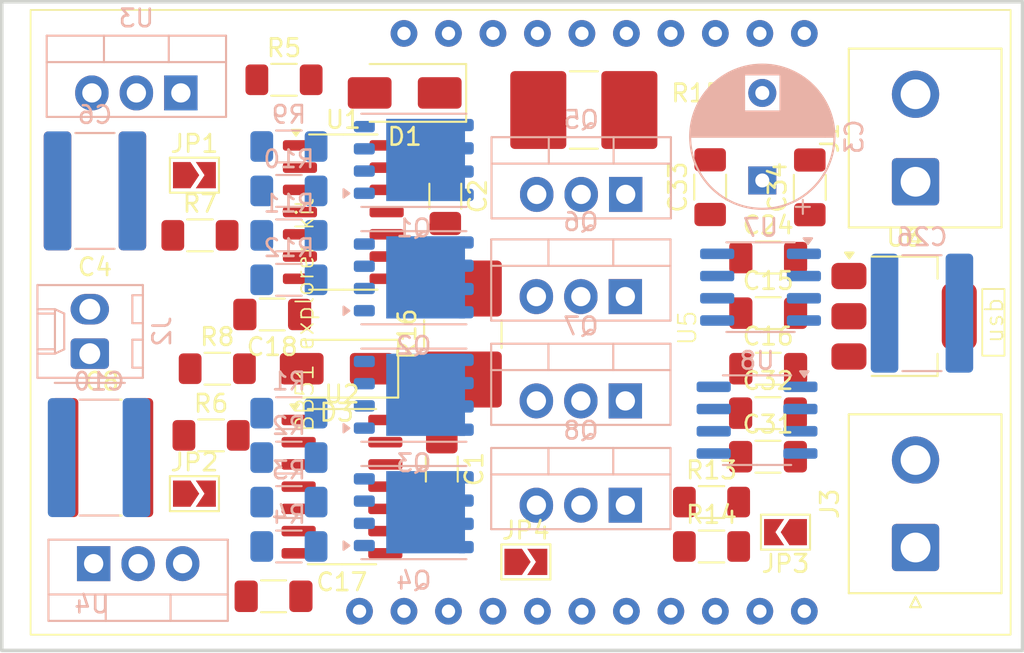
<source format=kicad_pcb>
(kicad_pcb (version 20240108) (generator "pcbnew") (generator_version "8.0")
  (layers (0 "F.Cu" signal) (31 "B.Cu" signal) (34 "B.Paste" user) (35 "F.Paste" user) (36 "B.SilkS" user "B.Silkscreen") (37 "F.SilkS" user "F.Silkscreen") (38 "B.Mask" user) (39 "F.Mask" user) (44 "Edge.Cuts" user))
  (net 0 "")
  (net 1 "Net-(Q1-G)")
  (net 2 "M1+")
  (net 3 "+BATT")
  (net 4 "Net-(Q6-S)")
  (net 5 "Net-(Q2-G)")
  (net 6 "M1-")
  (net 7 "Net-(Q3-G)")
  (net 8 "Net-(Q4-G)")
  (net 9 "Net-(Q8-S)")
  (net 11 "Net-(U1-LO)")
  (net 12 "GND")
  (net 14 "M1-LIN")
  (net 16 "Net-(U1-HO)")
  (net 18 "M1-HIN")
  (net 19 "+10V")
  (net 20 "Net-(U1-DT)")
  (net 22 "M1+LIN")
  (net 23 "Net-(U2-LO)")
  (net 26 "Net-(D1-K)")
  (net 27 "M1+HIN")
  (net 28 "Net-(U2-DT)")
  (net 29 "Net-(U2-HO)")
  (net 31 "Net-(JP1-A)")
  (net 32 "5v_batt")
  (net 33 "+5V")
  (net 34 "Net-(JP3-A)")
  (net 35 "CURRENT_SENSE2")
  (net 36 "Net-(U7-FILTER)")
  (net 37 "+3.3V")
  (net 38 "Net-(U8-FILTER)")
  (net 39 "CURRENT_SENSE1")
  (net 40 "Net-(JP4-A)")
  (net 43 "RX1")
  (net 46 "Net-(U5-P0.3)")
  (net 48 "C2D")
  (net 50 "TX1")
  (net 53 "C2CK")
  (net 55 "Net-(D3-K)")
  (net 56 "Net-(D1-A)")
  (net 57 "Net-(D3-A)")
  (footprint "Resistor_SMD:R_2816_7142Metric_Pad3.20x4.45mm_HandSolder" (layer "F.Cu") (at 127.6096 33.4772)
    (property "Reference" "R15" (at 6.4516 -0.9652 0) (layer "F.SilkS"))
    (property "Value" "R_shunt")
    (pad "1" smd roundrect (at -2.6 0) (size 3.2 4.45) (layers "F.Cu" "F.Paste" "F.Mask") (roundrect_rratio 0.078125) (net 9 "Net-(Q8-S)"))
    (pad "2" smd roundrect (at 2.6 0) (size 3.2 4.45) (layers "F.Cu" "F.Paste" "F.Mask") (roundrect_rratio 0.078125) (net 12 "GND"))
  )
  (footprint "Jumper:SolderJumper-2_P1.3mm_Open_TrianglePad1.0x1.5mm" (layer "F.Cu") (at 139.125 57.6 180)
    (property "Reference" "JP3" (at 0 -1.8 180) (layer "F.SilkS"))
    (property "Value" "3.3v jump")
    (pad "1" smd custom (at -0.725 0 180) (size 0.3 0.3) (layers "F.Cu" "F.Mask") (net 34 "Net-(JP3-A)") (options (clearance outline) (anchor rect)) (primitives (gr_poly (pts (xy 1 0) (xy 0.5 0.75) (xy -0.5 0.75) (xy -0.5 -0.75) (xy 0.5 -0.75)) (width 0) (fill yes))))
    (pad "2" smd custom (at 0.725 0 180) (size 0.3 0.3) (layers "F.Cu" "F.Mask") (net 37 "+3.3V") (options (clearance outline) (anchor rect)) (primitives (gr_poly (pts (xy 0.5 0.75) (xy -0.65 0.75) (xy -0.15 0) (xy -0.65 -0.75) (xy 0.5 -0.75)) (width 0) (fill yes))))
  )
  (footprint "Capacitor_SMD:C_1206_3216Metric_Pad1.33x1.80mm_HandSolder" (layer "F.Cu") (at 119.7 38.4 -90)
    (property "Reference" "C2" (at 0 -1.85 90) (layer "F.SilkS"))
    (property "Value" "C")
    (pad "1" smd roundrect (at -1.5625 0 270) (size 1.325 1.8) (layers "F.Cu" "F.Paste" "F.Mask") (roundrect_rratio 0.188679) (net 55 "Net-(D3-K)"))
    (pad "2" smd roundrect (at 1.5625 0 270) (size 1.325 1.8) (layers "F.Cu" "F.Paste" "F.Mask") (roundrect_rratio 0.188679) (net 6 "M1-"))
  )
  (footprint "Resistor_SMD:R_1206_3216Metric_Pad1.30x1.75mm_HandSolder" (layer "F.Cu") (at 134.9 55.88)
    (property "Reference" "R13" (at 0 -1.82 0) (layer "F.SilkS"))
    (property "Value" "R")
    (pad "1" smd roundrect (at -1.55 0) (size 1.3 1.75) (layers "F.Cu" "F.Paste" "F.Mask") (roundrect_rratio 0.192308) (net 46 "Net-(U5-P0.3)"))
    (pad "2" smd roundrect (at 1.55 0) (size 1.3 1.75) (layers "F.Cu" "F.Paste" "F.Mask") (roundrect_rratio 0.192308) (net 35 "CURRENT_SENSE2"))
  )
  (footprint "Capacitor_SMD:C_1206_3216Metric_Pad1.33x1.80mm_HandSolder" (layer "F.Cu") (at 119.5 54 -90)
    (property "Reference" "C1" (at 0 -1.85 90) (layer "F.SilkS"))
    (property "Value" "C")
    (pad "1" smd roundrect (at -1.5625 0 270) (size 1.325 1.8) (layers "F.Cu" "F.Paste" "F.Mask") (roundrect_rratio 0.188679) (net 26 "Net-(D1-K)"))
    (pad "2" smd roundrect (at 1.5625 0 270) (size 1.325 1.8) (layers "F.Cu" "F.Paste" "F.Mask") (roundrect_rratio 0.188679) (net 2 "M1+"))
  )
  (footprint "Capacitor_SMD:C_1206_3216Metric_Pad1.33x1.80mm_HandSolder" (layer "F.Cu") (at 138.1375 48.26)
    (property "Reference" "C16" (at 0 -1.85 0) (layer "F.SilkS"))
    (property "Value" "C")
    (pad "1" smd roundrect (at -1.5625 0) (size 1.325 1.8) (layers "F.Cu" "F.Paste" "F.Mask") (roundrect_rratio 0.188679) (net 33 "+5V"))
    (pad "2" smd roundrect (at 1.5625 0) (size 1.325 1.8) (layers "F.Cu" "F.Paste" "F.Mask") (roundrect_rratio 0.188679) (net 12 "GND"))
  )
  (footprint "Capacitor_SMD:C_1206_3216Metric_Pad1.33x1.80mm_HandSolder" (layer "F.Cu") (at 140.5128 37.8968 90)
    (property "Reference" "C34" (at 0 -1.85 -90) (layer "F.SilkS"))
    (property "Value" "C")
    (pad "1" smd roundrect (at -1.5625 0 90) (size 1.325 1.8) (layers "F.Cu" "F.Paste" "F.Mask") (roundrect_rratio 0.188679) (net 36 "Net-(U7-FILTER)"))
    (pad "2" smd roundrect (at 1.5625 0 90) (size 1.325 1.8) (layers "F.Cu" "F.Paste" "F.Mask") (roundrect_rratio 0.188679) (net 12 "GND"))
  )
  (footprint "Capacitor_SMD:C_1206_3216Metric_Pad1.33x1.80mm_HandSolder" (layer "F.Cu") (at 138.1375 41.91)
    (property "Reference" "C24" (at 0 -1.85 0) (layer "F.SilkS"))
    (property "Value" "C")
    (pad "1" smd roundrect (at -1.5625 0) (size 1.325 1.8) (layers "F.Cu" "F.Paste" "F.Mask") (roundrect_rratio 0.188679) (net 32 "5v_batt"))
    (pad "2" smd roundrect (at 1.5625 0) (size 1.325 1.8) (layers "F.Cu" "F.Paste" "F.Mask") (roundrect_rratio 0.188679) (net 12 "GND"))
  )
  (footprint "Resistor_SMD:R_1206_3216Metric_Pad1.30x1.75mm_HandSolder" (layer "F.Cu") (at 110.49 31.75)
    (property "Reference" "R5" (at 0 -1.82 0) (layer "F.SilkS"))
    (property "Value" "R")
    (pad "1" smd roundrect (at -1.55 0) (size 1.3 1.75) (layers "F.Cu" "F.Paste" "F.Mask") (roundrect_rratio 0.192308) (net 19 "+10V"))
    (pad "2" smd roundrect (at 1.55 0) (size 1.3 1.75) (layers "F.Cu" "F.Paste" "F.Mask") (roundrect_rratio 0.192308) (net 56 "Net-(D1-A)"))
  )
  (footprint "Capacitor_SMD:C_1206_3216Metric_Pad1.33x1.80mm_HandSolder" (layer "F.Cu") (at 109.8927 61.2648 180)
    (property "Reference" "C17" (at -3.8993 0.8128 180) (layer "F.SilkS"))
    (property "Value" "C")
    (pad "1" smd roundrect (at -1.5625 0 180) (size 1.325 1.8) (layers "F.Cu" "F.Paste" "F.Mask") (roundrect_rratio 0.188679) (net 19 "+10V"))
    (pad "2" smd roundrect (at 1.5625 0 180) (size 1.325 1.8) (layers "F.Cu" "F.Paste" "F.Mask") (roundrect_rratio 0.188679) (net 12 "GND"))
  )
  (footprint "Resistor_SMD:R_1206_3216Metric_Pad1.30x1.75mm_HandSolder" (layer "F.Cu") (at 105.69 40.64)
    (property "Reference" "R7" (at 0 -1.82 0) (layer "F.SilkS"))
    (property "Value" "R")
    (pad "1" smd roundrect (at -1.55 0) (size 1.3 1.75) (layers "F.Cu" "F.Paste" "F.Mask") (roundrect_rratio 0.192308) (net 12 "GND"))
    (pad "2" smd roundrect (at 1.55 0) (size 1.3 1.75) (layers "F.Cu" "F.Paste" "F.Mask") (roundrect_rratio 0.192308) (net 20 "Net-(U1-DT)"))
  )
  (footprint "Capacitor_SMD:C_1206_3216Metric_Pad1.33x1.80mm_HandSolder" (layer "F.Cu") (at 138.1375 45.085)
    (property "Reference" "C15" (at 0 -1.85 0) (layer "F.SilkS"))
    (property "Value" "C")
    (pad "1" smd roundrect (at -1.5625 0) (size 1.325 1.8) (layers "F.Cu" "F.Paste" "F.Mask") (roundrect_rratio 0.188679) (net 33 "+5V"))
    (pad "2" smd roundrect (at 1.5625 0) (size 1.325 1.8) (layers "F.Cu" "F.Paste" "F.Mask") (roundrect_rratio 0.188679) (net 12 "GND"))
  )
  (footprint "Jumper:SolderJumper-2_P1.3mm_Open_TrianglePad1.0x1.5mm" (layer "F.Cu") (at 124.3 59.3)
    (property "Reference" "JP4" (at 0 -1.8 0) (layer "F.SilkS"))
    (property "Value" "5v batt jump to bb51")
    (pad "1" smd custom (at -0.725 0) (size 0.3 0.3) (layers "F.Cu" "F.Mask") (net 40 "Net-(JP4-A)") (options (clearance outline) (anchor rect)) (primitives (gr_poly (pts (xy 1 0) (xy 0.5 0.75) (xy -0.5 0.75) (xy -0.5 -0.75) (xy 0.5 -0.75)) (width 0) (fill yes))))
    (pad "2" smd custom (at 0.725 0) (size 0.3 0.3) (layers "F.Cu" "F.Mask") (net 33 "+5V") (options (clearance outline) (anchor rect)) (primitives (gr_poly (pts (xy 0.5 0.75) (xy -0.65 0.75) (xy -0.15 0) (xy -0.65 -0.75) (xy 0.5 -0.75)) (width 0) (fill yes))))
  )
  (footprint "Package_SO:SOIC-14_3.9x8.7mm_P1.27mm" (layer "F.Cu") (at 113.8 55)
    (property "Reference" "U2" (at 0 -5.28 0) (layer "F.SilkS"))
    (property "Value" "~")
    (pad "1" smd roundrect (at -2.475 -3.81) (size 1.95 0.6) (layers "F.Cu" "F.Paste" "F.Mask") (net 27 "M1+HIN"))
    (pad "2" smd roundrect (at -2.475 -2.54) (size 1.95 0.6) (layers "F.Cu" "F.Paste" "F.Mask") (net 22 "M1+LIN"))
    (pad "3" smd roundrect (at -2.475 -1.27) (size 1.95 0.6) (layers "F.Cu" "F.Paste" "F.Mask") (net 12 "GND"))
    (pad "4" smd roundrect (at -2.475 0) (size 1.95 0.6) (layers "F.Cu" "F.Paste" "F.Mask") (net 28 "Net-(U2-DT)"))
    (pad "5" smd roundrect (at -2.475 1.27) (size 1.95 0.6) (layers "F.Cu" "F.Paste" "F.Mask") (net 12 "GND"))
    (pad "6" smd roundrect (at -2.475 2.54) (size 1.95 0.6) (layers "F.Cu" "F.Paste" "F.Mask") (net 23 "Net-(U2-LO)"))
    (pad "7" smd roundrect (at -2.475 3.81) (size 1.95 0.6) (layers "F.Cu" "F.Paste" "F.Mask") (net 19 "+10V"))
    (pad "8" smd roundrect (at 2.475 3.81) (size 1.95 0.6) (layers "F.Cu" "F.Paste" "F.Mask"))
    (pad "9" smd roundrect (at 2.475 2.54) (size 1.95 0.6) (layers "F.Cu" "F.Paste" "F.Mask"))
    (pad "10" smd roundrect (at 2.475 1.27) (size 1.95 0.6) (layers "F.Cu" "F.Paste" "F.Mask"))
    (pad "11" smd roundrect (at 2.475 0) (size 1.95 0.6) (layers "F.Cu" "F.Paste" "F.Mask") (net 2 "M1+"))
    (pad "12" smd roundrect (at 2.475 -1.27) (size 1.95 0.6) (layers "F.Cu" "F.Paste" "F.Mask") (net 29 "Net-(U2-HO)"))
    (pad "13" smd roundrect (at 2.475 -2.54) (size 1.95 0.6) (layers "F.Cu" "F.Paste" "F.Mask") (net 26 "Net-(D1-K)"))
    (pad "14" smd roundrect (at 2.475 -3.81) (size 1.95 0.6) (layers "F.Cu" "F.Paste" "F.Mask"))
  )
  (footprint "Resistor_SMD:R_1206_3216Metric_Pad1.30x1.75mm_HandSolder" (layer "F.Cu") (at 106.325 52.07)
    (property "Reference" "R6" (at 0 -1.82 0) (layer "F.SilkS"))
    (property "Value" "R")
    (pad "1" smd roundrect (at -1.55 0) (size 1.3 1.75) (layers "F.Cu" "F.Paste" "F.Mask") (roundrect_rratio 0.192308) (net 12 "GND"))
    (pad "2" smd roundrect (at 1.55 0) (size 1.3 1.75) (layers "F.Cu" "F.Paste" "F.Mask") (roundrect_rratio 0.192308) (net 28 "Net-(U2-DT)"))
  )
  (footprint "Package_SO:SOIC-14_3.9x8.7mm_P1.27mm" (layer "F.Cu") (at 113.875 39.31)
    (property "Reference" "U1" (at 0 -5.28 0) (layer "F.SilkS"))
    (property "Value" "~")
    (pad "1" smd roundrect (at -2.475 -3.81) (size 1.95 0.6) (layers "F.Cu" "F.Paste" "F.Mask") (net 18 "M1-HIN"))
    (pad "2" smd roundrect (at -2.475 -2.54) (size 1.95 0.6) (layers "F.Cu" "F.Paste" "F.Mask") (net 14 "M1-LIN"))
    (pad "3" smd roundrect (at -2.475 -1.27) (size 1.95 0.6) (layers "F.Cu" "F.Paste" "F.Mask") (net 12 "GND"))
    (pad "4" smd roundrect (at -2.475 0) (size 1.95 0.6) (layers "F.Cu" "F.Paste" "F.Mask") (net 20 "Net-(U1-DT)"))
    (pad "5" smd roundrect (at -2.475 1.27) (size 1.95 0.6) (layers "F.Cu" "F.Paste" "F.Mask") (net 12 "GND"))
    (pad "6" smd roundrect (at -2.475 2.54) (size 1.95 0.6) (layers "F.Cu" "F.Paste" "F.Mask") (net 11 "Net-(U1-LO)"))
    (pad "7" smd roundrect (at -2.475 3.81) (size 1.95 0.6) (layers "F.Cu" "F.Paste" "F.Mask") (net 19 "+10V"))
    (pad "8" smd roundrect (at 2.475 3.81) (size 1.95 0.6) (layers "F.Cu" "F.Paste" "F.Mask"))
    (pad "9" smd roundrect (at 2.475 2.54) (size 1.95 0.6) (layers "F.Cu" "F.Paste" "F.Mask"))
    (pad "10" smd roundrect (at 2.475 1.27) (size 1.95 0.6) (layers "F.Cu" "F.Paste" "F.Mask"))
    (pad "11" smd roundrect (at 2.475 0) (size 1.95 0.6) (layers "F.Cu" "F.Paste" "F.Mask") (net 6 "M1-"))
    (pad "12" smd roundrect (at 2.475 -1.27) (size 1.95 0.6) (layers "F.Cu" "F.Paste" "F.Mask") (net 16 "Net-(U1-HO)"))
    (pad "13" smd roundrect (at 2.475 -2.54) (size 1.95 0.6) (layers "F.Cu" "F.Paste" "F.Mask") (net 55 "Net-(D3-K)"))
    (pad "14" smd roundrect (at 2.475 -3.81) (size 1.95 0.6) (layers "F.Cu" "F.Paste" "F.Mask"))
  )
  (footprint "Resistor_SMD:R_1206_3216Metric_Pad1.30x1.75mm_HandSolder" (layer "F.Cu") (at 134.9 58.42)
    (property "Reference" "R14" (at 0 -1.82 0) (layer "F.SilkS"))
    (property "Value" "R")
    (pad "1" smd roundrect (at -1.55 0) (size 1.3 1.75) (layers "F.Cu" "F.Paste" "F.Mask") (roundrect_rratio 0.192308) (net 46 "Net-(U5-P0.3)"))
    (pad "2" smd roundrect (at 1.55 0) (size 1.3 1.75) (layers "F.Cu" "F.Paste" "F.Mask") (roundrect_rratio 0.192308) (net 39 "CURRENT_SENSE1"))
  )
  (footprint "Capacitor_SMD:C_1206_3216Metric_Pad1.33x1.80mm_HandSolder" (layer "F.Cu") (at 138.1252 50.8)
    (property "Reference" "C32" (at 0 -1.85 0) (layer "F.SilkS"))
    (property "Value" "C")
    (pad "1" smd roundrect (at -1.5625 0) (size 1.325 1.8) (layers "F.Cu" "F.Paste" "F.Mask") (roundrect_rratio 0.188679) (net 37 "+3.3V"))
    (pad "2" smd roundrect (at 1.5625 0) (size 1.325 1.8) (layers "F.Cu" "F.Paste" "F.Mask") (roundrect_rratio 0.188679) (net 12 "GND"))
  )
  (footprint "Jumper:SolderJumper-2_P1.3mm_Open_TrianglePad1.0x1.5mm" (layer "F.Cu") (at 105.375 37.2)
    (property "Reference" "JP1" (at 0 -1.8 0) (layer "F.SilkS"))
    (property "Value" "10v jump")
    (pad "1" smd custom (at -0.725 0) (size 0.3 0.3) (layers "F.Cu" "F.Mask") (net 31 "Net-(JP1-A)") (options (clearance outline) (anchor rect)) (primitives (gr_poly (pts (xy 1 0) (xy 0.5 0.75) (xy -0.5 0.75) (xy -0.5 -0.75) (xy 0.5 -0.75)) (width 0) (fill yes))))
    (pad "2" smd custom (at 0.725 0) (size 0.3 0.3) (layers "F.Cu" "F.Mask") (net 19 "+10V") (options (clearance outline) (anchor rect)) (primitives (gr_poly (pts (xy 0.5 0.75) (xy -0.65 0.75) (xy -0.15 0) (xy -0.65 -0.75) (xy 0.5 -0.75)) (width 0) (fill yes))))
  )
  (footprint "Capacitor_SMD:C_1206_3216Metric_Pad1.33x1.80mm_HandSolder" (layer "F.Cu") (at 134.8232 37.8845 90)
    (property "Reference" "C33" (at 0 -1.85 -90) (layer "F.SilkS"))
    (property "Value" "C")
    (pad "1" smd roundrect (at -1.5625 0 90) (size 1.325 1.8) (layers "F.Cu" "F.Paste" "F.Mask") (roundrect_rratio 0.188679) (net 38 "Net-(U8-FILTER)"))
    (pad "2" smd roundrect (at 1.5625 0 90) (size 1.325 1.8) (layers "F.Cu" "F.Paste" "F.Mask") (roundrect_rratio 0.188679) (net 12 "GND"))
  )
  (footprint "OWN:BB51 EXPLORER KIT" (layer "F.Cu") (at 103.37 46.88 90)
    (property "Reference" "U5" (at 0.95 30.15 90) (layer "F.SilkS") (effects (font (thickness 0.1))))
    (property "Value" "~")
    (fp_text user "BB51 explorer kit" (at -5.08 8.89 90) (layer "F.SilkS") (effects (font (thickness 0.1)) (justify left bottom)))
    (fp_text user "usb" (at 0 48.26 90) (layer "F.SilkS") (effects (font (thickness 0.1)) (justify left bottom)))
    (pad "1" thru_hole circle (at -15.24 11.43 90) (size 1.524 1.524) (drill 0.762) (layers "*.Cu" "*.Mask"))
    (pad "2" thru_hole circle (at -15.24 13.97 90) (size 1.524 1.524) (drill 0.762) (layers "*.Cu" "*.Mask"))
    (pad "3" thru_hole circle (at -15.24 16.51 90) (size 1.524 1.524) (drill 0.762) (layers "*.Cu" "*.Mask"))
    (pad "4" thru_hole circle (at -15.24 19.05 90) (size 1.524 1.524) (drill 0.762) (layers "*.Cu" "*.Mask") (net 12 "GND"))
    (pad "5" thru_hole circle (at -15.24 21.59 90) (size 1.524 1.524) (drill 0.762) (layers "*.Cu" "*.Mask") (net 40 "Net-(JP4-A)"))
    (pad "6" thru_hole circle (at -15.24 24.13 90) (size 1.524 1.524) (drill 0.762) (layers "*.Cu" "*.Mask"))
    (pad "7" thru_hole circle (at -15.24 26.67 90) (size 1.524 1.524) (drill 0.762) (layers "*.Cu" "*.Mask"))
    (pad "8" thru_hole circle (at -15.24 29.21 90) (size 1.524 1.524) (drill 0.762) (layers "*.Cu" "*.Mask") (net 50 "TX1"))
    (pad "9" thru_hole circle (at -15.24 31.75 90) (size 1.524 1.524) (drill 0.762) (layers "*.Cu" "*.Mask") (net 43 "RX1"))
    (pad "10" thru_hole circle (at -15.24 34.29 90) (size 1.524 1.524) (drill 0.762) (layers "*.Cu" "*.Mask"))
    (pad "11" thru_hole circle (at -15.24 36.83 90) (size 1.524 1.524) (drill 0.762) (layers "*.Cu" "*.Mask"))
    (pad "12" thru_hole circle (at 17.78 36.83 90) (size 1.524 1.524) (drill 0.762) (layers "*.Cu" "*.Mask") (net 46 "Net-(U5-P0.3)"))
    (pad "13" thru_hole circle (at 17.78 34.29 90) (size 1.524 1.524) (drill 0.762) (layers "*.Cu" "*.Mask"))
    (pad "14" thru_hole circle (at 17.78 31.75 90) (size 1.524 1.524) (drill 0.762) (layers "*.Cu" "*.Mask") (net 14 "M1-LIN"))
    (pad "15" thru_hole circle (at 17.78 29.21 90) (size 1.524 1.524) (drill 0.762) (layers "*.Cu" "*.Mask") (net 18 "M1-HIN"))
    (pad "16" thru_hole circle (at 17.78 26.67 90) (size 1.524 1.524) (drill 0.762) (layers "*.Cu" "*.Mask") (net 22 "M1+LIN"))
    (pad "17" thru_hole circle (at 17.78 24.13 90) (size 1.524 1.524) (drill 0.762) (layers "*.Cu" "*.Mask") (net 27 "M1+HIN"))
    (pad "18" thru_hole circle (at 17.78 21.59 90) (size 1.524 1.524) (drill 0.762) (layers "*.Cu" "*.Mask"))
    (pad "19" thru_hole circle (at 17.78 19.05 90) (size 1.524 1.524) (drill 0.762) (layers "*.Cu" "*.Mask") (net 12 "GND"))
    (pad "20" thru_hole circle (at 17.78 16.51 90) (size 1.524 1.524) (drill 0.762) (layers "*.Cu" "*.Mask") (net 48 "C2D"))
    (pad "21" thru_hole circle (at 17.78 13.97 90) (size 1.524 1.524) (drill 0.762) (layers "*.Cu" "*.Mask") (net 53 "C2CK"))
  )
  (footprint "Jumper:SolderJumper-2_P1.3mm_Open_TrianglePad1.0x1.5mm" (layer "F.Cu") (at 105.375 55.4)
    (property "Reference" "JP2" (at 0 -1.8 0) (layer "F.SilkS"))
    (property "Value" "5v jump")
    (pad "1" smd custom (at -0.725 0) (size 0.3 0.3) (layers "F.Cu" "F.Mask") (net 32 "5v_batt") (options (clearance outline) (anchor rect)) (primitives (gr_poly (pts (xy 1 0) (xy 0.5 0.75) (xy -0.5 0.75) (xy -0.5 -0.75) (xy 0.5 -0.75)) (width 0) (fill yes))))
    (pad "2" smd custom (at 0.725 0) (size 0.3 0.3) (layers "F.Cu" "F.Mask") (net 33 "+5V") (options (clearance outline) (anchor rect)) (primitives (gr_poly (pts (xy 0.5 0.75) (xy -0.65 0.75) (xy -0.15 0) (xy -0.65 -0.75) (xy 0.5 -0.75)) (width 0) (fill yes))))
  )
  (footprint "Capacitor_SMD:C_1206_3216Metric_Pad1.33x1.80mm_HandSolder" (layer "F.Cu") (at 109.8173 45.1612 180)
    (property "Reference" "C18" (at 0 -1.85 180) (layer "F.SilkS"))
    (property "Value" "C")
    (pad "1" smd roundrect (at -1.5625 0 180) (size 1.325 1.8) (layers "F.Cu" "F.Paste" "F.Mask") (roundrect_rratio 0.188679) (net 19 "+10V"))
    (pad "2" smd roundrect (at 1.5625 0 180) (size 1.325 1.8) (layers "F.Cu" "F.Paste" "F.Mask") (roundrect_rratio 0.188679) (net 12 "GND"))
  )
  (footprint "Connector_JST:JST_NV_B02P-NV_1x02_P5.00mm_Vertical" (layer "F.Cu") (at 146.55 37.5775 90)
    (property "Reference" "J1" (at 2.5 -4.9 -90) (layer "F.SilkS"))
    (property "Value" "batt input")
    (pad "1" thru_hole roundrect (at 0 0 90) (size 2.7 2.7) (drill 1.7) (layers "*.Cu" "*.Mask") (roundrect_rratio 0.092593) (net 3 "+BATT"))
    (pad "2" thru_hole circle (at 5 0 90) (size 2.7 2.7) (drill 1.7) (layers "*.Cu" "*.Mask") (net 12 "GND"))
  )
  (footprint "Capacitor_SMD:C_1825_4564Metric_Pad1.57x6.80mm_HandSolder" (layer "F.Cu") (at 99.695 38.1 180)
    (property "Reference" "C4" (at 0 -4.35 180) (layer "F.SilkS"))
    (property "Value" "C")
    (pad "1" smd roundrect (at -2.1375 0 180) (size 1.575 6.8) (layers "F.Cu" "F.Paste" "F.Mask") (roundrect_rratio 0.15873) (net 3 "+BATT"))
    (pad "2" smd roundrect (at 2.1375 0 180) (size 1.575 6.8) (layers "F.Cu" "F.Paste" "F.Mask") (roundrect_rratio 0.15873) (net 12 "GND"))
  )
  (footprint "Capacitor_SMD:C_1206_3216Metric_Pad1.33x1.80mm_HandSolder" (layer "F.Cu") (at 138.1252 53.2892)
    (property "Reference" "C31" (at 0 -1.85 0) (layer "F.SilkS"))
    (property "Value" "C")
    (pad "1" smd roundrect (at -1.5625 0) (size 1.325 1.8) (layers "F.Cu" "F.Paste" "F.Mask") (roundrect_rratio 0.188679) (net 37 "+3.3V"))
    (pad "2" smd roundrect (at 1.5625 0) (size 1.325 1.8) (layers "F.Cu" "F.Paste" "F.Mask") (roundrect_rratio 0.188679) (net 12 "GND"))
  )
  (footprint "Package_TO_SOT_SMD:SOT-223-3_TabPin2" (layer "F.Cu") (at 145.8972 45.2628)
    (property "Reference" "U6" (at 0 -4.5 0) (layer "F.SilkS"))
    (property "Value" "AMS1117-3.3")
    (pad "1" smd roundrect (at -3.15 -2.3) (size 2 1.5) (layers "F.Cu" "F.Paste" "F.Mask") (net 12 "GND"))
    (pad "2" smd roundrect (at -3.15 0) (size 2 1.5) (layers "F.Cu" "F.Paste" "F.Mask") (net 34 "Net-(JP3-A)"))
    (pad "2" smd roundrect (at 3.15 0) (size 2 3.8) (layers "F.Cu" "F.Paste" "F.Mask") (net 34 "Net-(JP3-A)"))
    (pad "3" smd roundrect (at -3.15 2.3) (size 2 1.5) (layers "F.Cu" "F.Paste" "F.Mask") (net 32 "5v_batt"))
  )
  (footprint "Connector_JST:JST_NV_B02P-NV_1x02_P5.00mm_Vertical" (layer "F.Cu") (at 146.55 58.4775 90)
    (property "Reference" "J3" (at 2.5 -4.9 -90) (layer "F.SilkS"))
    (property "Value" "motor output")
    (pad "1" thru_hole roundrect (at 0 0 90) (size 2.7 2.7) (drill 1.7) (layers "*.Cu" "*.Mask") (roundrect_rratio 0.092593) (net 6 "M1-"))
    (pad "2" thru_hole circle (at 5 0 90) (size 2.7 2.7) (drill 1.7) (layers "*.Cu" "*.Mask") (net 2 "M1+"))
  )
  (footprint "Diode_SMD:D_SMA" (layer "F.Cu") (at 113.5 48.26 180)
    (property "Reference" "D3" (at 0 -2.5 180) (layer "F.SilkS"))
    (property "Value" "SS34")
    (pad "1" smd roundrect (at -2 0 180) (size 2.5 1.8) (layers "F.Cu" "F.Paste" "F.Mask") (roundrect_rratio 0.1388888889) (net 55 "Net-(D3-K)"))
    (pad "2" smd roundrect (at 2 0 180) (size 2.5 1.8) (layers "F.Cu" "F.Paste" "F.Mask") (roundrect_rratio 0.1388888889) (net 57 "Net-(D3-A)"))
  )
  (footprint "Resistor_SMD:R_1206_3216Metric_Pad1.30x1.75mm_HandSolder" (layer "F.Cu") (at 106.68 48.26)
    (property "Reference" "R8" (at 0 -1.82 0) (layer "F.SilkS"))
    (property "Value" "R")
    (pad "1" smd roundrect (at -1.55 0) (size 1.3 1.75) (layers "F.Cu" "F.Paste" "F.Mask") (roundrect_rratio 0.192308) (net 19 "+10V"))
    (pad "2" smd roundrect (at 1.55 0) (size 1.3 1.75) (layers "F.Cu" "F.Paste" "F.Mask") (roundrect_rratio 0.192308) (net 57 "Net-(D3-A)"))
  )
  (footprint "Resistor_SMD:R_2816_7142Metric_Pad3.20x4.45mm_HandSolder" (layer "F.Cu") (at 120.7008 46.2788 90)
    (property "Reference" "R16" (at 0 -3.18 -90) (layer "F.SilkS"))
    (property "Value" "R_shunt")
    (pad "1" smd roundrect (at -2.6 0 90) (size 3.2 4.45) (layers "F.Cu" "F.Paste" "F.Mask") (roundrect_rratio 0.078125) (net 4 "Net-(Q6-S)"))
    (pad "2" smd roundrect (at 2.6 0 90) (size 3.2 4.45) (layers "F.Cu" "F.Paste" "F.Mask") (roundrect_rratio 0.078125) (net 12 "GND"))
  )
  (footprint "Diode_SMD:D_SMA" (layer "F.Cu") (at 117.38 32.5 180)
    (property "Reference" "D1" (at 0 -2.5 180) (layer "F.SilkS"))
    (property "Value" "SS34")
    (pad "1" smd roundrect (at -2 0 180) (size 2.5 1.8) (layers "F.Cu" "F.Paste" "F.Mask") (roundrect_rratio 0.1388888889) (net 26 "Net-(D1-K)"))
    (pad "2" smd roundrect (at 2 0 180) (size 2.5 1.8) (layers "F.Cu" "F.Paste" "F.Mask") (roundrect_rratio 0.1388888889) (net 56 "Net-(D1-A)"))
  )
  (footprint "Capacitor_SMD:C_1825_4564Metric_Pad1.57x6.80mm_HandSolder" (layer "F.Cu") (at 100.0975 53.34)
    (property "Reference" "C8" (at 0 -4.35 0) (layer "F.SilkS"))
    (property "Value" "C")
    (pad "1" smd roundrect (at -2.1375 0) (size 1.575 6.8) (layers "F.Cu" "F.Paste" "F.Mask") (roundrect_rratio 0.15873) (net 3 "+BATT"))
    (pad "2" smd roundrect (at 2.1375 0) (size 1.575 6.8) (layers "F.Cu" "F.Paste" "F.Mask") (roundrect_rratio 0.15873) (net 12 "GND"))
  )
  (footprint "Resistor_SMD:R_1206_3216Metric_Pad1.30x1.75mm_HandSolder" (layer "B.Cu") (at 110.77 53.34 180)
    (property "Reference" "R2" (at 0 1.82 180) (layer "B.SilkS") (effects (justify mirror)))
    (property "Value" "R")
    (pad "1" smd roundrect (at -1.55 0 180) (size 1.3 1.75) (layers "B.Cu" "B.Paste" "B.Mask") (roundrect_rratio 0.192308) (net 1 "Net-(Q1-G)"))
    (pad "2" smd roundrect (at 1.55 0 180) (size 1.3 1.75) (layers "B.Cu" "B.Paste" "B.Mask") (roundrect_rratio 0.192308) (net 2 "M1+"))
  )
  (footprint "Package_TO_SOT_THT:TO-220-3_Vertical" (layer "B.Cu") (at 99.62 59.4)
    (property "Reference" "U4" (at -0.1028 2.322 0) (layer "B.SilkS") (effects (justify mirror)))
    (property "Value" "LM7805_TO220")
    (pad "1" thru_hole rect (at 0 0) (size 1.905 2) (drill 1.1) (layers "*.Cu" "*.Mask") (net 3 "+BATT"))
    (pad "2" thru_hole oval (at 2.54 0) (size 1.905 2) (drill 1.1) (layers "*.Cu" "*.Mask") (net 12 "GND"))
    (pad "3" thru_hole oval (at 5.08 0) (size 1.905 2) (drill 1.1) (layers "*.Cu" "*.Mask") (net 32 "5v_batt"))
  )
  (footprint "Resistor_SMD:R_1206_3216Metric_Pad1.30x1.75mm_HandSolder" (layer "B.Cu") (at 110.77 40.64 180)
    (property "Reference" "R11" (at 0 1.82 180) (layer "B.SilkS") (effects (justify mirror)))
    (property "Value" "R")
    (pad "1" smd roundrect (at -1.55 0 180) (size 1.3 1.75) (layers "B.Cu" "B.Paste" "B.Mask") (roundrect_rratio 0.192308) (net 7 "Net-(Q3-G)"))
    (pad "2" smd roundrect (at 1.55 0 180) (size 1.3 1.75) (layers "B.Cu" "B.Paste" "B.Mask") (roundrect_rratio 0.192308) (net 6 "M1-"))
  )
  (footprint "Connector_Molex:Molex_KK-254_AE-6410-02A_1x02_P2.54mm_Vertical" (layer "B.Cu") (at 99.4 47.4 90)
    (property "Reference" "J2" (at 1.27 4.12 -90) (layer "B.SilkS") (effects (justify mirror)))
    (property "Value" "Conn_01x02_Socket")
    (pad "1" thru_hole roundrect (at 0 0 90) (size 1.74 2.19) (drill 1.19) (layers "*.Cu" "*.Mask") (roundrect_rratio 0.143678) (net 50 "TX1"))
    (pad "2" thru_hole oval (at 2.54 0 90) (size 1.74 2.19) (drill 1.19) (layers "*.Cu" "*.Mask") (net 43 "RX1"))
  )
  (footprint "Package_TO_SOT_THT:TO-220-3_Vertical" (layer "B.Cu") (at 129.98 56.06 180)
    (property "Reference" "Q8" (at 2.54 4.27 180) (layer "B.SilkS") (effects (justify mirror)))
    (property "Value" "IRLZ44N")
    (pad "1" thru_hole rect (at 0 0 180) (size 1.905 2) (drill 1.1) (layers "*.Cu" "*.Mask") (net 8 "Net-(Q4-G)"))
    (pad "2" thru_hole oval (at 2.54 0 180) (size 1.905 2) (drill 1.1) (layers "*.Cu" "*.Mask") (net 6 "M1-"))
    (pad "3" thru_hole oval (at 5.08 0 180) (size 1.905 2) (drill 1.1) (layers "*.Cu" "*.Mask") (net 9 "Net-(Q8-S)"))
  )
  (footprint "Package_SO:SOIC-8_3.9x4.9mm_P1.27mm" (layer "B.Cu") (at 137.5 51.2 180)
    (property "Reference" "U8" (at 0 3.4 180) (layer "B.SilkS") (effects (justify mirror)))
    (property "Value" "ACS712xLCTR-30A")
    (pad "1" smd roundrect (at -2.475 1.905 180) (size 1.95 0.6) (layers "B.Cu" "B.Paste" "B.Mask") (net 4 "Net-(Q6-S)"))
    (pad "2" smd roundrect (at -2.475 0.635 180) (size 1.95 0.6) (layers "B.Cu" "B.Paste" "B.Mask") (net 4 "Net-(Q6-S)"))
    (pad "3" smd roundrect (at -2.475 -0.635 180) (size 1.95 0.6) (layers "B.Cu" "B.Paste" "B.Mask") (net 12 "GND"))
    (pad "4" smd roundrect (at -2.475 -1.905 180) (size 1.95 0.6) (layers "B.Cu" "B.Paste" "B.Mask") (net 12 "GND"))
    (pad "5" smd roundrect (at 2.475 -1.905 180) (size 1.95 0.6) (layers "B.Cu" "B.Paste" "B.Mask") (net 12 "GND"))
    (pad "6" smd roundrect (at 2.475 -0.635 180) (size 1.95 0.6) (layers "B.Cu" "B.Paste" "B.Mask") (net 38 "Net-(U8-FILTER)"))
    (pad "7" smd roundrect (at 2.475 0.635 180) (size 1.95 0.6) (layers "B.Cu" "B.Paste" "B.Mask") (net 39 "CURRENT_SENSE1"))
    (pad "8" smd roundrect (at 2.475 1.905 180) (size 1.95 0.6) (layers "B.Cu" "B.Paste" "B.Mask") (net 37 "+3.3V"))
  )
  (footprint "Capacitor_THT:CP_Radial_D8.0mm_P5.00mm" (layer "B.Cu") (at 137.8 37.502651 90)
    (property "Reference" "C3" (at 2.5 5.25 -90) (layer "B.SilkS") (effects (justify mirror)))
    (property "Value" "C_Polarized")
    (pad "1" thru_hole rect (at 0 0 90) (size 1.6 1.6) (drill 0.8) (layers "*.Cu" "*.Mask") (net 3 "+BATT"))
    (pad "2" thru_hole circle (at 5 0 90) (size 1.6 1.6) (drill 0.8) (layers "*.Cu" "*.Mask") (net 12 "GND"))
  )
  (footprint "Resistor_SMD:R_1206_3216Metric_Pad1.30x1.75mm_HandSolder" (layer "B.Cu") (at 110.77 58.42 180)
    (property "Reference" "R4" (at 0 1.82 180) (layer "B.SilkS") (effects (justify mirror)))
    (property "Value" "R")
    (pad "1" smd roundrect (at -1.55 0 180) (size 1.3 1.75) (layers "B.Cu" "B.Paste" "B.Mask") (roundrect_rratio 0.192308) (net 23 "Net-(U2-LO)"))
    (pad "2" smd roundrect (at 1.55 0 180) (size 1.3 1.75) (layers "B.Cu" "B.Paste" "B.Mask") (roundrect_rratio 0.192308) (net 5 "Net-(Q2-G)"))
  )
  (footprint "Package_TO_SOT_THT:TO-220-3_Vertical" (layer "B.Cu") (at 104.6 32.5 180)
    (property "Reference" "U3" (at 2.54 4.27 180) (layer "B.SilkS") (effects (justify mirror)))
    (property "Value" "LM7810_TO220")
    (pad "1" thru_hole rect (at 0 0 180) (size 1.905 2) (drill 1.1) (layers "*.Cu" "*.Mask") (net 3 "+BATT"))
    (pad "2" thru_hole oval (at 2.54 0 180) (size 1.905 2) (drill 1.1) (layers "*.Cu" "*.Mask") (net 12 "GND"))
    (pad "3" thru_hole oval (at 5.08 0 180) (size 1.905 2) (drill 1.1) (layers "*.Cu" "*.Mask") (net 31 "Net-(JP1-A)"))
  )
  (footprint "Resistor_SMD:R_1206_3216Metric_Pad1.30x1.75mm_HandSolder" (layer "B.Cu") (at 110.77 38.1 180)
    (property "Reference" "R10" (at 0 1.82 180) (layer "B.SilkS") (effects (justify mirror)))
    (property "Value" "R")
    (pad "1" smd roundrect (at -1.55 0 180) (size 1.3 1.75) (layers "B.Cu" "B.Paste" "B.Mask") (roundrect_rratio 0.192308) (net 11 "Net-(U1-LO)"))
    (pad "2" smd roundrect (at 1.55 0 180) (size 1.3 1.75) (layers "B.Cu" "B.Paste" "B.Mask") (roundrect_rratio 0.192308) (net 8 "Net-(Q4-G)"))
  )
  (footprint "Package_TO_SOT_THT:TO-220-3_Vertical" (layer "B.Cu") (at 130 38.3 180)
    (property "Reference" "Q5" (at 2.54 4.27 180) (layer "B.SilkS") (effects (justify mirror)))
    (property "Value" "IRLZ44N")
    (pad "1" thru_hole rect (at 0 0 180) (size 1.905 2) (drill 1.1) (layers "*.Cu" "*.Mask") (net 1 "Net-(Q1-G)"))
    (pad "2" thru_hole oval (at 2.54 0 180) (size 1.905 2) (drill 1.1) (layers "*.Cu" "*.Mask") (net 3 "+BATT"))
    (pad "3" thru_hole oval (at 5.08 0 180) (size 1.905 2) (drill 1.1) (layers "*.Cu" "*.Mask") (net 2 "M1+"))
  )
  (footprint "Resistor_SMD:R_1206_3216Metric_Pad1.30x1.75mm_HandSolder" (layer "B.Cu") (at 110.77 43.18 180)
    (property "Reference" "R12" (at 0 1.82 180) (layer "B.SilkS") (effects (justify mirror)))
    (property "Value" "R")
    (pad "1" smd roundrect (at -1.55 0 180) (size 1.3 1.75) (layers "B.Cu" "B.Paste" "B.Mask") (roundrect_rratio 0.192308) (net 8 "Net-(Q4-G)"))
    (pad "2" smd roundrect (at 1.55 0 180) (size 1.3 1.75) (layers "B.Cu" "B.Paste" "B.Mask") (roundrect_rratio 0.192308) (net 12 "GND"))
  )
  (footprint "Resistor_SMD:R_1206_3216Metric_Pad1.30x1.75mm_HandSolder" (layer "B.Cu") (at 110.77 35.56 180)
    (property "Reference" "R9" (at 0 1.82 180) (layer "B.SilkS") (effects (justify mirror)))
    (property "Value" "R")
    (pad "1" smd roundrect (at -1.55 0 180) (size 1.3 1.75) (layers "B.Cu" "B.Paste" "B.Mask") (roundrect_rratio 0.192308) (net 16 "Net-(U1-HO)"))
    (pad "2" smd roundrect (at 1.55 0 180) (size 1.3 1.75) (layers "B.Cu" "B.Paste" "B.Mask") (roundrect_rratio 0.192308) (net 7 "Net-(Q3-G)"))
  )
  (footprint "Capacitor_SMD:C_1825_4564Metric_Pad1.57x6.80mm_HandSolder" (layer "B.Cu") (at 146.9175 45.085 180)
    (property "Reference" "C26" (at 0 4.35 180) (layer "B.SilkS") (effects (justify mirror)))
    (property "Value" "C")
    (pad "1" smd roundrect (at -2.1375 0 180) (size 1.575 6.8) (layers "B.Cu" "B.Paste" "B.Mask") (roundrect_rratio 0.15873) (net 34 "Net-(JP3-A)"))
    (pad "2" smd roundrect (at 2.1375 0 180) (size 1.575 6.8) (layers "B.Cu" "B.Paste" "B.Mask") (roundrect_rratio 0.15873) (net 12 "GND"))
  )
  (footprint "Resistor_SMD:R_1206_3216Metric_Pad1.30x1.75mm_HandSolder" (layer "B.Cu") (at 110.77 55.88 180)
    (property "Reference" "R3" (at 0 1.82 180) (layer "B.SilkS") (effects (justify mirror)))
    (property "Value" "R")
    (pad "1" smd roundrect (at -1.55 0 180) (size 1.3 1.75) (layers "B.Cu" "B.Paste" "B.Mask") (roundrect_rratio 0.192308) (net 5 "Net-(Q2-G)"))
    (pad "2" smd roundrect (at 1.55 0 180) (size 1.3 1.75) (layers "B.Cu" "B.Paste" "B.Mask") (roundrect_rratio 0.192308) (net 12 "GND"))
  )
  (footprint "Package_SON:Infineon_PG-TDSON-8_6.15x5.15mm" (layer "B.Cu") (at 117.9 43.04)
    (property "Reference" "Q2" (at 0 3.9 0) (layer "B.SilkS") (effects (justify mirror)))
    (property "Value" "CSD18540Q5B")
    (pad "1" smd roundrect (at -2.825 1.905) (size 1.2 0.65) (layers "B.Cu" "B.Paste" "B.Mask") (net 4 "Net-(Q6-S)"))
    (pad "2" smd roundrect (at -2.825 0.635) (size 1.2 0.65) (layers "B.Cu" "B.Paste" "B.Mask") (net 4 "Net-(Q6-S)"))
    (pad "3" smd roundrect (at -2.825 -0.635) (size 1.2 0.65) (layers "B.Cu" "B.Paste" "B.Mask") (net 4 "Net-(Q6-S)"))
    (pad "4" smd roundrect (at -2.825 -1.905) (size 1.2 0.65) (layers "B.Cu" "B.Paste" "B.Mask") (net 5 "Net-(Q2-G)"))
    (pad "5" smd rect (at 0.675 0) (size 4.5 4.7) (layers "B.Cu" "B.Mask") (net 2 "M1+"))
    (pad "5" smd roundrect (at 2.925 -1.995) (size 1 0.7) (layers "B.Cu" "B.Paste" "B.Mask") (net 2 "M1+"))
    (pad "5" smd roundrect (at 2.925 -0.665) (size 1 0.7) (layers "B.Cu" "B.Paste" "B.Mask") (net 2 "M1+"))
    (pad "5" smd roundrect (at 2.925 0.665) (size 1 0.7) (layers "B.Cu" "B.Paste" "B.Mask") (net 2 "M1+"))
    (pad "5" smd roundrect (at 2.925 1.995) (size 1 0.7) (layers "B.Cu" "B.Paste" "B.Mask") (net 2 "M1+"))
  )
  (footprint "Package_SON:Infineon_PG-TDSON-8_6.15x5.15mm" (layer "B.Cu") (at 117.9 36.33)
    (property "Reference" "Q1" (at 0 3.9 0) (layer "B.SilkS") (effects (justify mirror)))
    (property "Value" "CSD18540Q5B")
    (pad "1" smd roundrect (at -2.825 1.905) (size 1.2 0.65) (layers "B.Cu" "B.Paste" "B.Mask") (net 2 "M1+"))
    (pad "2" smd roundrect (at -2.825 0.635) (size 1.2 0.65) (layers "B.Cu" "B.Paste" "B.Mask") (net 2 "M1+"))
    (pad "3" smd roundrect (at -2.825 -0.635) (size 1.2 0.65) (layers "B.Cu" "B.Paste" "B.Mask") (net 2 "M1+"))
    (pad "4" smd roundrect (at -2.825 -1.905) (size 1.2 0.65) (layers "B.Cu" "B.Paste" "B.Mask") (net 1 "Net-(Q1-G)"))
    (pad "5" smd rect (at 0.675 0) (size 4.5 4.7) (layers "B.Cu" "B.Mask") (net 3 "+BATT"))
    (pad "5" smd roundrect (at 2.925 -1.995) (size 1 0.7) (layers "B.Cu" "B.Paste" "B.Mask") (net 3 "+BATT"))
    (pad "5" smd roundrect (at 2.925 -0.665) (size 1 0.7) (layers "B.Cu" "B.Paste" "B.Mask") (net 3 "+BATT"))
    (pad "5" smd roundrect (at 2.925 0.665) (size 1 0.7) (layers "B.Cu" "B.Paste" "B.Mask") (net 3 "+BATT"))
    (pad "5" smd roundrect (at 2.925 1.995) (size 1 0.7) (layers "B.Cu" "B.Paste" "B.Mask") (net 3 "+BATT"))
  )
  (footprint "Resistor_SMD:R_1206_3216Metric_Pad1.30x1.75mm_HandSolder" (layer "B.Cu") (at 110.77 50.8 180)
    (property "Reference" "R1" (at 0 1.82 180) (layer "B.SilkS") (effects (justify mirror)))
    (property "Value" "R")
    (pad "1" smd roundrect (at -1.55 0 180) (size 1.3 1.75) (layers "B.Cu" "B.Paste" "B.Mask") (roundrect_rratio 0.192308) (net 29 "Net-(U2-HO)"))
    (pad "2" smd roundrect (at 1.55 0 180) (size 1.3 1.75) (layers "B.Cu" "B.Paste" "B.Mask") (roundrect_rratio 0.192308) (net 1 "Net-(Q1-G)"))
  )
  (footprint "Capacitor_SMD:C_1825_4564Metric_Pad1.57x6.80mm_HandSolder" (layer "B.Cu") (at 99.695 38.1 180)
    (property "Reference" "C6" (at 0 4.35 180) (layer "B.SilkS") (effects (justify mirror)))
    (property "Value" "C")
    (pad "1" smd roundrect (at -2.1375 0 180) (size 1.575 6.8) (layers "B.Cu" "B.Paste" "B.Mask") (roundrect_rratio 0.15873) (net 31 "Net-(JP1-A)"))
    (pad "2" smd roundrect (at 2.1375 0 180) (size 1.575 6.8) (layers "B.Cu" "B.Paste" "B.Mask") (roundrect_rratio 0.15873) (net 12 "GND"))
  )
  (footprint "Capacitor_SMD:C_1825_4564Metric_Pad1.57x6.80mm_HandSolder" (layer "B.Cu") (at 99.9275 53.34 180)
    (property "Reference" "C10" (at 0 4.35 180) (layer "B.SilkS") (effects (justify mirror)))
    (property "Value" "C")
    (pad "1" smd roundrect (at -2.1375 0 180) (size 1.575 6.8) (layers "B.Cu" "B.Paste" "B.Mask") (roundrect_rratio 0.15873) (net 32 "5v_batt"))
    (pad "2" smd roundrect (at 2.1375 0 180) (size 1.575 6.8) (layers "B.Cu" "B.Paste" "B.Mask") (roundrect_rratio 0.15873) (net 12 "GND"))
  )
  (footprint "Package_SON:Infineon_PG-TDSON-8_6.15x5.15mm" (layer "B.Cu") (at 117.9 56.46)
    (property "Reference" "Q4" (at 0 3.9 0) (layer "B.SilkS") (effects (justify mirror)))
    (property "Value" "CSD18540Q5B")
    (pad "1" smd roundrect (at -2.825 1.905) (size 1.2 0.65) (layers "B.Cu" "B.Paste" "B.Mask") (net 9 "Net-(Q8-S)"))
    (pad "2" smd roundrect (at -2.825 0.635) (size 1.2 0.65) (layers "B.Cu" "B.Paste" "B.Mask") (net 9 "Net-(Q8-S)"))
    (pad "3" smd roundrect (at -2.825 -0.635) (size 1.2 0.65) (layers "B.Cu" "B.Paste" "B.Mask") (net 9 "Net-(Q8-S)"))
    (pad "4" smd roundrect (at -2.825 -1.905) (size 1.2 0.65) (layers "B.Cu" "B.Paste" "B.Mask") (net 8 "Net-(Q4-G)"))
    (pad "5" smd rect (at 0.675 0) (size 4.5 4.7) (layers "B.Cu" "B.Mask") (net 6 "M1-"))
    (pad "5" smd roundrect (at 2.925 -1.995) (size 1 0.7) (layers "B.Cu" "B.Paste" "B.Mask") (net 6 "M1-"))
    (pad "5" smd roundrect (at 2.925 -0.665) (size 1 0.7) (layers "B.Cu" "B.Paste" "B.Mask") (net 6 "M1-"))
    (pad "5" smd roundrect (at 2.925 0.665) (size 1 0.7) (layers "B.Cu" "B.Paste" "B.Mask") (net 6 "M1-"))
    (pad "5" smd roundrect (at 2.925 1.995) (size 1 0.7) (layers "B.Cu" "B.Paste" "B.Mask") (net 6 "M1-"))
  )
  (footprint "Package_SO:SOIC-8_3.9x4.9mm_P1.27mm" (layer "B.Cu") (at 137.7 43.6 180)
    (property "Reference" "U7" (at 0 3.4 180) (layer "B.SilkS") (effects (justify mirror)))
    (property "Value" "ACS712xLCTR-30A")
    (pad "1" smd roundrect (at -2.475 1.905 180) (size 1.95 0.6) (layers "B.Cu" "B.Paste" "B.Mask") (net 9 "Net-(Q8-S)"))
    (pad "2" smd roundrect (at -2.475 0.635 180) (size 1.95 0.6) (layers "B.Cu" "B.Paste" "B.Mask") (net 9 "Net-(Q8-S)"))
    (pad "3" smd roundrect (at -2.475 -0.635 180) (size 1.95 0.6) (layers "B.Cu" "B.Paste" "B.Mask") (net 12 "GND"))
    (pad "4" smd roundrect (at -2.475 -1.905 180) (size 1.95 0.6) (layers "B.Cu" "B.Paste" "B.Mask") (net 12 "GND"))
    (pad "5" smd roundrect (at 2.475 -1.905 180) (size 1.95 0.6) (layers "B.Cu" "B.Paste" "B.Mask") (net 12 "GND"))
    (pad "6" smd roundrect (at 2.475 -0.635 180) (size 1.95 0.6) (layers "B.Cu" "B.Paste" "B.Mask") (net 36 "Net-(U7-FILTER)"))
    (pad "7" smd roundrect (at 2.475 0.635 180) (size 1.95 0.6) (layers "B.Cu" "B.Paste" "B.Mask") (net 35 "CURRENT_SENSE2"))
    (pad "8" smd roundrect (at 2.475 1.905 180) (size 1.95 0.6) (layers "B.Cu" "B.Paste" "B.Mask") (net 37 "+3.3V"))
  )
  (footprint "Package_TO_SOT_THT:TO-220-3_Vertical" (layer "B.Cu") (at 129.98 50.1 180)
    (property "Reference" "Q7" (at 2.54 4.27 180) (layer "B.SilkS") (effects (justify mirror)))
    (property "Value" "IRLZ44N")
    (pad "1" thru_hole rect (at 0 0 180) (size 1.905 2) (drill 1.1) (layers "*.Cu" "*.Mask") (net 7 "Net-(Q3-G)"))
    (pad "2" thru_hole oval (at 2.54 0 180) (size 1.905 2) (drill 1.1) (layers "*.Cu" "*.Mask") (net 3 "+BATT"))
    (pad "3" thru_hole oval (at 5.08 0 180) (size 1.905 2) (drill 1.1) (layers "*.Cu" "*.Mask") (net 6 "M1-"))
  )
  (footprint "Package_TO_SOT_THT:TO-220-3_Vertical" (layer "B.Cu") (at 129.98 44.14 180)
    (property "Reference" "Q6" (at 2.54 4.27 180) (layer "B.SilkS") (effects (justify mirror)))
    (property "Value" "IRLZ44N")
    (pad "1" thru_hole rect (at 0 0 180) (size 1.905 2) (drill 1.1) (layers "*.Cu" "*.Mask") (net 5 "Net-(Q2-G)"))
    (pad "2" thru_hole oval (at 2.54 0 180) (size 1.905 2) (drill 1.1) (layers "*.Cu" "*.Mask") (net 2 "M1+"))
    (pad "3" thru_hole oval (at 5.08 0 180) (size 1.905 2) (drill 1.1) (layers "*.Cu" "*.Mask") (net 4 "Net-(Q6-S)"))
  )
  (footprint "Package_SON:Infineon_PG-TDSON-8_6.15x5.15mm" (layer "B.Cu") (at 117.9 49.75)
    (property "Reference" "Q3" (at 0 3.9 0) (layer "B.SilkS") (effects (justify mirror)))
    (property "Value" "CSD18540Q5B")
    (pad "1" smd roundrect (at -2.825 1.905) (size 1.2 0.65) (layers "B.Cu" "B.Paste" "B.Mask") (net 6 "M1-"))
    (pad "2" smd roundrect (at -2.825 0.635) (size 1.2 0.65) (layers "B.Cu" "B.Paste" "B.Mask") (net 6 "M1-"))
    (pad "3" smd roundrect (at -2.825 -0.635) (size 1.2 0.65) (layers "B.Cu" "B.Paste" "B.Mask") (net 6 "M1-"))
    (pad "4" smd roundrect (at -2.825 -1.905) (size 1.2 0.65) (layers "B.Cu" "B.Paste" "B.Mask") (net 7 "Net-(Q3-G)"))
    (pad "5" smd rect (at 0.675 0) (size 4.5 4.7) (layers "B.Cu" "B.Mask") (net 3 "+BATT"))
    (pad "5" smd roundrect (at 2.925 -1.995) (size 1 0.7) (layers "B.Cu" "B.Paste" "B.Mask") (net 3 "+BATT"))
    (pad "5" smd roundrect (at 2.925 -0.665) (size 1 0.7) (layers "B.Cu" "B.Paste" "B.Mask") (net 3 "+BATT"))
    (pad "5" smd roundrect (at 2.925 0.665) (size 1 0.7) (layers "B.Cu" "B.Paste" "B.Mask") (net 3 "+BATT"))
    (pad "5" smd roundrect (at 2.925 1.995) (size 1 0.7) (layers "B.Cu" "B.Paste" "B.Mask") (net 3 "+BATT"))
  )
  (gr_rect (start 94.3728 27.2904) (end 152.6588 64.3572) (stroke (width 0.2)) (fill none) (layer "Edge.Cuts"))
)
</source>
